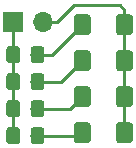
<source format=gbr>
G04 #@! TF.GenerationSoftware,KiCad,Pcbnew,5.0.2-bee76a0~70~ubuntu16.04.1*
G04 #@! TF.CreationDate,2019-07-09T20:02:22-07:00*
G04 #@! TF.ProjectId,reverse-mount-led-test,72657665-7273-4652-9d6d-6f756e742d6c,rev?*
G04 #@! TF.SameCoordinates,Original*
G04 #@! TF.FileFunction,Copper,L2,Bot*
G04 #@! TF.FilePolarity,Positive*
%FSLAX46Y46*%
G04 Gerber Fmt 4.6, Leading zero omitted, Abs format (unit mm)*
G04 Created by KiCad (PCBNEW 5.0.2-bee76a0~70~ubuntu16.04.1) date Tue 09 Jul 2019 08:02:22 PM PDT*
%MOMM*%
%LPD*%
G01*
G04 APERTURE LIST*
G04 #@! TA.AperFunction,Conductor*
%ADD10C,0.100000*%
G04 #@! TD*
G04 #@! TA.AperFunction,SMDPad,CuDef*
%ADD11C,1.425000*%
G04 #@! TD*
G04 #@! TA.AperFunction,ComponentPad*
%ADD12R,1.700000X1.700000*%
G04 #@! TD*
G04 #@! TA.AperFunction,ComponentPad*
%ADD13O,1.700000X1.700000*%
G04 #@! TD*
G04 #@! TA.AperFunction,SMDPad,CuDef*
%ADD14C,1.150000*%
G04 #@! TD*
G04 #@! TA.AperFunction,Conductor*
%ADD15C,0.254000*%
G04 #@! TD*
G04 APERTURE END LIST*
D10*
G04 #@! TO.N,VCC*
G04 #@! TO.C,D1*
G36*
X164040935Y-102758372D02*
X164068601Y-102762476D01*
X164095731Y-102769272D01*
X164122065Y-102778694D01*
X164147348Y-102790652D01*
X164171338Y-102805031D01*
X164193802Y-102821692D01*
X164214525Y-102840475D01*
X164233308Y-102861198D01*
X164249969Y-102883662D01*
X164264348Y-102907652D01*
X164276306Y-102932935D01*
X164285728Y-102959269D01*
X164292524Y-102986399D01*
X164296628Y-103014065D01*
X164298000Y-103042000D01*
X164298000Y-104222000D01*
X164296628Y-104249935D01*
X164292524Y-104277601D01*
X164285728Y-104304731D01*
X164276306Y-104331065D01*
X164264348Y-104356348D01*
X164249969Y-104380338D01*
X164233308Y-104402802D01*
X164214525Y-104423525D01*
X164193802Y-104442308D01*
X164171338Y-104458969D01*
X164147348Y-104473348D01*
X164122065Y-104485306D01*
X164095731Y-104494728D01*
X164068601Y-104501524D01*
X164040935Y-104505628D01*
X164013000Y-104507000D01*
X163158000Y-104507000D01*
X163130065Y-104505628D01*
X163102399Y-104501524D01*
X163075269Y-104494728D01*
X163048935Y-104485306D01*
X163023652Y-104473348D01*
X162999662Y-104458969D01*
X162977198Y-104442308D01*
X162956475Y-104423525D01*
X162937692Y-104402802D01*
X162921031Y-104380338D01*
X162906652Y-104356348D01*
X162894694Y-104331065D01*
X162885272Y-104304731D01*
X162878476Y-104277601D01*
X162874372Y-104249935D01*
X162873000Y-104222000D01*
X162873000Y-103042000D01*
X162874372Y-103014065D01*
X162878476Y-102986399D01*
X162885272Y-102959269D01*
X162894694Y-102932935D01*
X162906652Y-102907652D01*
X162921031Y-102883662D01*
X162937692Y-102861198D01*
X162956475Y-102840475D01*
X162977198Y-102821692D01*
X162999662Y-102805031D01*
X163023652Y-102790652D01*
X163048935Y-102778694D01*
X163075269Y-102769272D01*
X163102399Y-102762476D01*
X163130065Y-102758372D01*
X163158000Y-102757000D01*
X164013000Y-102757000D01*
X164040935Y-102758372D01*
X164040935Y-102758372D01*
G37*
D11*
G04 #@! TD*
G04 #@! TO.P,D1,2*
G04 #@! TO.N,VCC*
X163585500Y-103632000D03*
D10*
G04 #@! TO.N,Net-(D1-Pad1)*
G04 #@! TO.C,D1*
G36*
X160465935Y-102758372D02*
X160493601Y-102762476D01*
X160520731Y-102769272D01*
X160547065Y-102778694D01*
X160572348Y-102790652D01*
X160596338Y-102805031D01*
X160618802Y-102821692D01*
X160639525Y-102840475D01*
X160658308Y-102861198D01*
X160674969Y-102883662D01*
X160689348Y-102907652D01*
X160701306Y-102932935D01*
X160710728Y-102959269D01*
X160717524Y-102986399D01*
X160721628Y-103014065D01*
X160723000Y-103042000D01*
X160723000Y-104222000D01*
X160721628Y-104249935D01*
X160717524Y-104277601D01*
X160710728Y-104304731D01*
X160701306Y-104331065D01*
X160689348Y-104356348D01*
X160674969Y-104380338D01*
X160658308Y-104402802D01*
X160639525Y-104423525D01*
X160618802Y-104442308D01*
X160596338Y-104458969D01*
X160572348Y-104473348D01*
X160547065Y-104485306D01*
X160520731Y-104494728D01*
X160493601Y-104501524D01*
X160465935Y-104505628D01*
X160438000Y-104507000D01*
X159583000Y-104507000D01*
X159555065Y-104505628D01*
X159527399Y-104501524D01*
X159500269Y-104494728D01*
X159473935Y-104485306D01*
X159448652Y-104473348D01*
X159424662Y-104458969D01*
X159402198Y-104442308D01*
X159381475Y-104423525D01*
X159362692Y-104402802D01*
X159346031Y-104380338D01*
X159331652Y-104356348D01*
X159319694Y-104331065D01*
X159310272Y-104304731D01*
X159303476Y-104277601D01*
X159299372Y-104249935D01*
X159298000Y-104222000D01*
X159298000Y-103042000D01*
X159299372Y-103014065D01*
X159303476Y-102986399D01*
X159310272Y-102959269D01*
X159319694Y-102932935D01*
X159331652Y-102907652D01*
X159346031Y-102883662D01*
X159362692Y-102861198D01*
X159381475Y-102840475D01*
X159402198Y-102821692D01*
X159424662Y-102805031D01*
X159448652Y-102790652D01*
X159473935Y-102778694D01*
X159500269Y-102769272D01*
X159527399Y-102762476D01*
X159555065Y-102758372D01*
X159583000Y-102757000D01*
X160438000Y-102757000D01*
X160465935Y-102758372D01*
X160465935Y-102758372D01*
G37*
D11*
G04 #@! TD*
G04 #@! TO.P,D1,1*
G04 #@! TO.N,Net-(D1-Pad1)*
X160010500Y-103632000D03*
D10*
G04 #@! TO.N,Net-(D2-Pad1)*
G04 #@! TO.C,D2*
G36*
X160465935Y-105806372D02*
X160493601Y-105810476D01*
X160520731Y-105817272D01*
X160547065Y-105826694D01*
X160572348Y-105838652D01*
X160596338Y-105853031D01*
X160618802Y-105869692D01*
X160639525Y-105888475D01*
X160658308Y-105909198D01*
X160674969Y-105931662D01*
X160689348Y-105955652D01*
X160701306Y-105980935D01*
X160710728Y-106007269D01*
X160717524Y-106034399D01*
X160721628Y-106062065D01*
X160723000Y-106090000D01*
X160723000Y-107270000D01*
X160721628Y-107297935D01*
X160717524Y-107325601D01*
X160710728Y-107352731D01*
X160701306Y-107379065D01*
X160689348Y-107404348D01*
X160674969Y-107428338D01*
X160658308Y-107450802D01*
X160639525Y-107471525D01*
X160618802Y-107490308D01*
X160596338Y-107506969D01*
X160572348Y-107521348D01*
X160547065Y-107533306D01*
X160520731Y-107542728D01*
X160493601Y-107549524D01*
X160465935Y-107553628D01*
X160438000Y-107555000D01*
X159583000Y-107555000D01*
X159555065Y-107553628D01*
X159527399Y-107549524D01*
X159500269Y-107542728D01*
X159473935Y-107533306D01*
X159448652Y-107521348D01*
X159424662Y-107506969D01*
X159402198Y-107490308D01*
X159381475Y-107471525D01*
X159362692Y-107450802D01*
X159346031Y-107428338D01*
X159331652Y-107404348D01*
X159319694Y-107379065D01*
X159310272Y-107352731D01*
X159303476Y-107325601D01*
X159299372Y-107297935D01*
X159298000Y-107270000D01*
X159298000Y-106090000D01*
X159299372Y-106062065D01*
X159303476Y-106034399D01*
X159310272Y-106007269D01*
X159319694Y-105980935D01*
X159331652Y-105955652D01*
X159346031Y-105931662D01*
X159362692Y-105909198D01*
X159381475Y-105888475D01*
X159402198Y-105869692D01*
X159424662Y-105853031D01*
X159448652Y-105838652D01*
X159473935Y-105826694D01*
X159500269Y-105817272D01*
X159527399Y-105810476D01*
X159555065Y-105806372D01*
X159583000Y-105805000D01*
X160438000Y-105805000D01*
X160465935Y-105806372D01*
X160465935Y-105806372D01*
G37*
D11*
G04 #@! TD*
G04 #@! TO.P,D2,1*
G04 #@! TO.N,Net-(D2-Pad1)*
X160010500Y-106680000D03*
D10*
G04 #@! TO.N,VCC*
G04 #@! TO.C,D2*
G36*
X164040935Y-105806372D02*
X164068601Y-105810476D01*
X164095731Y-105817272D01*
X164122065Y-105826694D01*
X164147348Y-105838652D01*
X164171338Y-105853031D01*
X164193802Y-105869692D01*
X164214525Y-105888475D01*
X164233308Y-105909198D01*
X164249969Y-105931662D01*
X164264348Y-105955652D01*
X164276306Y-105980935D01*
X164285728Y-106007269D01*
X164292524Y-106034399D01*
X164296628Y-106062065D01*
X164298000Y-106090000D01*
X164298000Y-107270000D01*
X164296628Y-107297935D01*
X164292524Y-107325601D01*
X164285728Y-107352731D01*
X164276306Y-107379065D01*
X164264348Y-107404348D01*
X164249969Y-107428338D01*
X164233308Y-107450802D01*
X164214525Y-107471525D01*
X164193802Y-107490308D01*
X164171338Y-107506969D01*
X164147348Y-107521348D01*
X164122065Y-107533306D01*
X164095731Y-107542728D01*
X164068601Y-107549524D01*
X164040935Y-107553628D01*
X164013000Y-107555000D01*
X163158000Y-107555000D01*
X163130065Y-107553628D01*
X163102399Y-107549524D01*
X163075269Y-107542728D01*
X163048935Y-107533306D01*
X163023652Y-107521348D01*
X162999662Y-107506969D01*
X162977198Y-107490308D01*
X162956475Y-107471525D01*
X162937692Y-107450802D01*
X162921031Y-107428338D01*
X162906652Y-107404348D01*
X162894694Y-107379065D01*
X162885272Y-107352731D01*
X162878476Y-107325601D01*
X162874372Y-107297935D01*
X162873000Y-107270000D01*
X162873000Y-106090000D01*
X162874372Y-106062065D01*
X162878476Y-106034399D01*
X162885272Y-106007269D01*
X162894694Y-105980935D01*
X162906652Y-105955652D01*
X162921031Y-105931662D01*
X162937692Y-105909198D01*
X162956475Y-105888475D01*
X162977198Y-105869692D01*
X162999662Y-105853031D01*
X163023652Y-105838652D01*
X163048935Y-105826694D01*
X163075269Y-105817272D01*
X163102399Y-105810476D01*
X163130065Y-105806372D01*
X163158000Y-105805000D01*
X164013000Y-105805000D01*
X164040935Y-105806372D01*
X164040935Y-105806372D01*
G37*
D11*
G04 #@! TD*
G04 #@! TO.P,D2,2*
G04 #@! TO.N,VCC*
X163585500Y-106680000D03*
D12*
G04 #@! TO.P,J1,1*
G04 #@! TO.N,GND*
X154178000Y-103378000D03*
D13*
G04 #@! TO.P,J1,2*
G04 #@! TO.N,VCC*
X156718000Y-103378000D03*
G04 #@! TD*
D10*
G04 #@! TO.N,GND*
G04 #@! TO.C,R1*
G36*
X154518505Y-105473204D02*
X154542773Y-105476804D01*
X154566572Y-105482765D01*
X154589671Y-105491030D01*
X154611850Y-105501520D01*
X154632893Y-105514132D01*
X154652599Y-105528747D01*
X154670777Y-105545223D01*
X154687253Y-105563401D01*
X154701868Y-105583107D01*
X154714480Y-105604150D01*
X154724970Y-105626329D01*
X154733235Y-105649428D01*
X154739196Y-105673227D01*
X154742796Y-105697495D01*
X154744000Y-105721999D01*
X154744000Y-106622001D01*
X154742796Y-106646505D01*
X154739196Y-106670773D01*
X154733235Y-106694572D01*
X154724970Y-106717671D01*
X154714480Y-106739850D01*
X154701868Y-106760893D01*
X154687253Y-106780599D01*
X154670777Y-106798777D01*
X154652599Y-106815253D01*
X154632893Y-106829868D01*
X154611850Y-106842480D01*
X154589671Y-106852970D01*
X154566572Y-106861235D01*
X154542773Y-106867196D01*
X154518505Y-106870796D01*
X154494001Y-106872000D01*
X153843999Y-106872000D01*
X153819495Y-106870796D01*
X153795227Y-106867196D01*
X153771428Y-106861235D01*
X153748329Y-106852970D01*
X153726150Y-106842480D01*
X153705107Y-106829868D01*
X153685401Y-106815253D01*
X153667223Y-106798777D01*
X153650747Y-106780599D01*
X153636132Y-106760893D01*
X153623520Y-106739850D01*
X153613030Y-106717671D01*
X153604765Y-106694572D01*
X153598804Y-106670773D01*
X153595204Y-106646505D01*
X153594000Y-106622001D01*
X153594000Y-105721999D01*
X153595204Y-105697495D01*
X153598804Y-105673227D01*
X153604765Y-105649428D01*
X153613030Y-105626329D01*
X153623520Y-105604150D01*
X153636132Y-105583107D01*
X153650747Y-105563401D01*
X153667223Y-105545223D01*
X153685401Y-105528747D01*
X153705107Y-105514132D01*
X153726150Y-105501520D01*
X153748329Y-105491030D01*
X153771428Y-105482765D01*
X153795227Y-105476804D01*
X153819495Y-105473204D01*
X153843999Y-105472000D01*
X154494001Y-105472000D01*
X154518505Y-105473204D01*
X154518505Y-105473204D01*
G37*
D14*
G04 #@! TD*
G04 #@! TO.P,R1,1*
G04 #@! TO.N,GND*
X154169000Y-106172000D03*
D10*
G04 #@! TO.N,Net-(D1-Pad1)*
G04 #@! TO.C,R1*
G36*
X156568505Y-105473204D02*
X156592773Y-105476804D01*
X156616572Y-105482765D01*
X156639671Y-105491030D01*
X156661850Y-105501520D01*
X156682893Y-105514132D01*
X156702599Y-105528747D01*
X156720777Y-105545223D01*
X156737253Y-105563401D01*
X156751868Y-105583107D01*
X156764480Y-105604150D01*
X156774970Y-105626329D01*
X156783235Y-105649428D01*
X156789196Y-105673227D01*
X156792796Y-105697495D01*
X156794000Y-105721999D01*
X156794000Y-106622001D01*
X156792796Y-106646505D01*
X156789196Y-106670773D01*
X156783235Y-106694572D01*
X156774970Y-106717671D01*
X156764480Y-106739850D01*
X156751868Y-106760893D01*
X156737253Y-106780599D01*
X156720777Y-106798777D01*
X156702599Y-106815253D01*
X156682893Y-106829868D01*
X156661850Y-106842480D01*
X156639671Y-106852970D01*
X156616572Y-106861235D01*
X156592773Y-106867196D01*
X156568505Y-106870796D01*
X156544001Y-106872000D01*
X155893999Y-106872000D01*
X155869495Y-106870796D01*
X155845227Y-106867196D01*
X155821428Y-106861235D01*
X155798329Y-106852970D01*
X155776150Y-106842480D01*
X155755107Y-106829868D01*
X155735401Y-106815253D01*
X155717223Y-106798777D01*
X155700747Y-106780599D01*
X155686132Y-106760893D01*
X155673520Y-106739850D01*
X155663030Y-106717671D01*
X155654765Y-106694572D01*
X155648804Y-106670773D01*
X155645204Y-106646505D01*
X155644000Y-106622001D01*
X155644000Y-105721999D01*
X155645204Y-105697495D01*
X155648804Y-105673227D01*
X155654765Y-105649428D01*
X155663030Y-105626329D01*
X155673520Y-105604150D01*
X155686132Y-105583107D01*
X155700747Y-105563401D01*
X155717223Y-105545223D01*
X155735401Y-105528747D01*
X155755107Y-105514132D01*
X155776150Y-105501520D01*
X155798329Y-105491030D01*
X155821428Y-105482765D01*
X155845227Y-105476804D01*
X155869495Y-105473204D01*
X155893999Y-105472000D01*
X156544001Y-105472000D01*
X156568505Y-105473204D01*
X156568505Y-105473204D01*
G37*
D14*
G04 #@! TD*
G04 #@! TO.P,R1,2*
G04 #@! TO.N,Net-(D1-Pad1)*
X156219000Y-106172000D03*
D10*
G04 #@! TO.N,Net-(D2-Pad1)*
G04 #@! TO.C,R2*
G36*
X156568505Y-107759204D02*
X156592773Y-107762804D01*
X156616572Y-107768765D01*
X156639671Y-107777030D01*
X156661850Y-107787520D01*
X156682893Y-107800132D01*
X156702599Y-107814747D01*
X156720777Y-107831223D01*
X156737253Y-107849401D01*
X156751868Y-107869107D01*
X156764480Y-107890150D01*
X156774970Y-107912329D01*
X156783235Y-107935428D01*
X156789196Y-107959227D01*
X156792796Y-107983495D01*
X156794000Y-108007999D01*
X156794000Y-108908001D01*
X156792796Y-108932505D01*
X156789196Y-108956773D01*
X156783235Y-108980572D01*
X156774970Y-109003671D01*
X156764480Y-109025850D01*
X156751868Y-109046893D01*
X156737253Y-109066599D01*
X156720777Y-109084777D01*
X156702599Y-109101253D01*
X156682893Y-109115868D01*
X156661850Y-109128480D01*
X156639671Y-109138970D01*
X156616572Y-109147235D01*
X156592773Y-109153196D01*
X156568505Y-109156796D01*
X156544001Y-109158000D01*
X155893999Y-109158000D01*
X155869495Y-109156796D01*
X155845227Y-109153196D01*
X155821428Y-109147235D01*
X155798329Y-109138970D01*
X155776150Y-109128480D01*
X155755107Y-109115868D01*
X155735401Y-109101253D01*
X155717223Y-109084777D01*
X155700747Y-109066599D01*
X155686132Y-109046893D01*
X155673520Y-109025850D01*
X155663030Y-109003671D01*
X155654765Y-108980572D01*
X155648804Y-108956773D01*
X155645204Y-108932505D01*
X155644000Y-108908001D01*
X155644000Y-108007999D01*
X155645204Y-107983495D01*
X155648804Y-107959227D01*
X155654765Y-107935428D01*
X155663030Y-107912329D01*
X155673520Y-107890150D01*
X155686132Y-107869107D01*
X155700747Y-107849401D01*
X155717223Y-107831223D01*
X155735401Y-107814747D01*
X155755107Y-107800132D01*
X155776150Y-107787520D01*
X155798329Y-107777030D01*
X155821428Y-107768765D01*
X155845227Y-107762804D01*
X155869495Y-107759204D01*
X155893999Y-107758000D01*
X156544001Y-107758000D01*
X156568505Y-107759204D01*
X156568505Y-107759204D01*
G37*
D14*
G04 #@! TD*
G04 #@! TO.P,R2,2*
G04 #@! TO.N,Net-(D2-Pad1)*
X156219000Y-108458000D03*
D10*
G04 #@! TO.N,GND*
G04 #@! TO.C,R2*
G36*
X154518505Y-107759204D02*
X154542773Y-107762804D01*
X154566572Y-107768765D01*
X154589671Y-107777030D01*
X154611850Y-107787520D01*
X154632893Y-107800132D01*
X154652599Y-107814747D01*
X154670777Y-107831223D01*
X154687253Y-107849401D01*
X154701868Y-107869107D01*
X154714480Y-107890150D01*
X154724970Y-107912329D01*
X154733235Y-107935428D01*
X154739196Y-107959227D01*
X154742796Y-107983495D01*
X154744000Y-108007999D01*
X154744000Y-108908001D01*
X154742796Y-108932505D01*
X154739196Y-108956773D01*
X154733235Y-108980572D01*
X154724970Y-109003671D01*
X154714480Y-109025850D01*
X154701868Y-109046893D01*
X154687253Y-109066599D01*
X154670777Y-109084777D01*
X154652599Y-109101253D01*
X154632893Y-109115868D01*
X154611850Y-109128480D01*
X154589671Y-109138970D01*
X154566572Y-109147235D01*
X154542773Y-109153196D01*
X154518505Y-109156796D01*
X154494001Y-109158000D01*
X153843999Y-109158000D01*
X153819495Y-109156796D01*
X153795227Y-109153196D01*
X153771428Y-109147235D01*
X153748329Y-109138970D01*
X153726150Y-109128480D01*
X153705107Y-109115868D01*
X153685401Y-109101253D01*
X153667223Y-109084777D01*
X153650747Y-109066599D01*
X153636132Y-109046893D01*
X153623520Y-109025850D01*
X153613030Y-109003671D01*
X153604765Y-108980572D01*
X153598804Y-108956773D01*
X153595204Y-108932505D01*
X153594000Y-108908001D01*
X153594000Y-108007999D01*
X153595204Y-107983495D01*
X153598804Y-107959227D01*
X153604765Y-107935428D01*
X153613030Y-107912329D01*
X153623520Y-107890150D01*
X153636132Y-107869107D01*
X153650747Y-107849401D01*
X153667223Y-107831223D01*
X153685401Y-107814747D01*
X153705107Y-107800132D01*
X153726150Y-107787520D01*
X153748329Y-107777030D01*
X153771428Y-107768765D01*
X153795227Y-107762804D01*
X153819495Y-107759204D01*
X153843999Y-107758000D01*
X154494001Y-107758000D01*
X154518505Y-107759204D01*
X154518505Y-107759204D01*
G37*
D14*
G04 #@! TD*
G04 #@! TO.P,R2,1*
G04 #@! TO.N,GND*
X154169000Y-108458000D03*
D10*
G04 #@! TO.N,VCC*
G04 #@! TO.C,D3*
G36*
X164040935Y-108854372D02*
X164068601Y-108858476D01*
X164095731Y-108865272D01*
X164122065Y-108874694D01*
X164147348Y-108886652D01*
X164171338Y-108901031D01*
X164193802Y-108917692D01*
X164214525Y-108936475D01*
X164233308Y-108957198D01*
X164249969Y-108979662D01*
X164264348Y-109003652D01*
X164276306Y-109028935D01*
X164285728Y-109055269D01*
X164292524Y-109082399D01*
X164296628Y-109110065D01*
X164298000Y-109138000D01*
X164298000Y-110318000D01*
X164296628Y-110345935D01*
X164292524Y-110373601D01*
X164285728Y-110400731D01*
X164276306Y-110427065D01*
X164264348Y-110452348D01*
X164249969Y-110476338D01*
X164233308Y-110498802D01*
X164214525Y-110519525D01*
X164193802Y-110538308D01*
X164171338Y-110554969D01*
X164147348Y-110569348D01*
X164122065Y-110581306D01*
X164095731Y-110590728D01*
X164068601Y-110597524D01*
X164040935Y-110601628D01*
X164013000Y-110603000D01*
X163158000Y-110603000D01*
X163130065Y-110601628D01*
X163102399Y-110597524D01*
X163075269Y-110590728D01*
X163048935Y-110581306D01*
X163023652Y-110569348D01*
X162999662Y-110554969D01*
X162977198Y-110538308D01*
X162956475Y-110519525D01*
X162937692Y-110498802D01*
X162921031Y-110476338D01*
X162906652Y-110452348D01*
X162894694Y-110427065D01*
X162885272Y-110400731D01*
X162878476Y-110373601D01*
X162874372Y-110345935D01*
X162873000Y-110318000D01*
X162873000Y-109138000D01*
X162874372Y-109110065D01*
X162878476Y-109082399D01*
X162885272Y-109055269D01*
X162894694Y-109028935D01*
X162906652Y-109003652D01*
X162921031Y-108979662D01*
X162937692Y-108957198D01*
X162956475Y-108936475D01*
X162977198Y-108917692D01*
X162999662Y-108901031D01*
X163023652Y-108886652D01*
X163048935Y-108874694D01*
X163075269Y-108865272D01*
X163102399Y-108858476D01*
X163130065Y-108854372D01*
X163158000Y-108853000D01*
X164013000Y-108853000D01*
X164040935Y-108854372D01*
X164040935Y-108854372D01*
G37*
D11*
G04 #@! TD*
G04 #@! TO.P,D3,2*
G04 #@! TO.N,VCC*
X163585500Y-109728000D03*
D10*
G04 #@! TO.N,Net-(D3-Pad1)*
G04 #@! TO.C,D3*
G36*
X160465935Y-108854372D02*
X160493601Y-108858476D01*
X160520731Y-108865272D01*
X160547065Y-108874694D01*
X160572348Y-108886652D01*
X160596338Y-108901031D01*
X160618802Y-108917692D01*
X160639525Y-108936475D01*
X160658308Y-108957198D01*
X160674969Y-108979662D01*
X160689348Y-109003652D01*
X160701306Y-109028935D01*
X160710728Y-109055269D01*
X160717524Y-109082399D01*
X160721628Y-109110065D01*
X160723000Y-109138000D01*
X160723000Y-110318000D01*
X160721628Y-110345935D01*
X160717524Y-110373601D01*
X160710728Y-110400731D01*
X160701306Y-110427065D01*
X160689348Y-110452348D01*
X160674969Y-110476338D01*
X160658308Y-110498802D01*
X160639525Y-110519525D01*
X160618802Y-110538308D01*
X160596338Y-110554969D01*
X160572348Y-110569348D01*
X160547065Y-110581306D01*
X160520731Y-110590728D01*
X160493601Y-110597524D01*
X160465935Y-110601628D01*
X160438000Y-110603000D01*
X159583000Y-110603000D01*
X159555065Y-110601628D01*
X159527399Y-110597524D01*
X159500269Y-110590728D01*
X159473935Y-110581306D01*
X159448652Y-110569348D01*
X159424662Y-110554969D01*
X159402198Y-110538308D01*
X159381475Y-110519525D01*
X159362692Y-110498802D01*
X159346031Y-110476338D01*
X159331652Y-110452348D01*
X159319694Y-110427065D01*
X159310272Y-110400731D01*
X159303476Y-110373601D01*
X159299372Y-110345935D01*
X159298000Y-110318000D01*
X159298000Y-109138000D01*
X159299372Y-109110065D01*
X159303476Y-109082399D01*
X159310272Y-109055269D01*
X159319694Y-109028935D01*
X159331652Y-109003652D01*
X159346031Y-108979662D01*
X159362692Y-108957198D01*
X159381475Y-108936475D01*
X159402198Y-108917692D01*
X159424662Y-108901031D01*
X159448652Y-108886652D01*
X159473935Y-108874694D01*
X159500269Y-108865272D01*
X159527399Y-108858476D01*
X159555065Y-108854372D01*
X159583000Y-108853000D01*
X160438000Y-108853000D01*
X160465935Y-108854372D01*
X160465935Y-108854372D01*
G37*
D11*
G04 #@! TD*
G04 #@! TO.P,D3,1*
G04 #@! TO.N,Net-(D3-Pad1)*
X160010500Y-109728000D03*
D10*
G04 #@! TO.N,Net-(D4-Pad1)*
G04 #@! TO.C,D4*
G36*
X160465935Y-111902372D02*
X160493601Y-111906476D01*
X160520731Y-111913272D01*
X160547065Y-111922694D01*
X160572348Y-111934652D01*
X160596338Y-111949031D01*
X160618802Y-111965692D01*
X160639525Y-111984475D01*
X160658308Y-112005198D01*
X160674969Y-112027662D01*
X160689348Y-112051652D01*
X160701306Y-112076935D01*
X160710728Y-112103269D01*
X160717524Y-112130399D01*
X160721628Y-112158065D01*
X160723000Y-112186000D01*
X160723000Y-113366000D01*
X160721628Y-113393935D01*
X160717524Y-113421601D01*
X160710728Y-113448731D01*
X160701306Y-113475065D01*
X160689348Y-113500348D01*
X160674969Y-113524338D01*
X160658308Y-113546802D01*
X160639525Y-113567525D01*
X160618802Y-113586308D01*
X160596338Y-113602969D01*
X160572348Y-113617348D01*
X160547065Y-113629306D01*
X160520731Y-113638728D01*
X160493601Y-113645524D01*
X160465935Y-113649628D01*
X160438000Y-113651000D01*
X159583000Y-113651000D01*
X159555065Y-113649628D01*
X159527399Y-113645524D01*
X159500269Y-113638728D01*
X159473935Y-113629306D01*
X159448652Y-113617348D01*
X159424662Y-113602969D01*
X159402198Y-113586308D01*
X159381475Y-113567525D01*
X159362692Y-113546802D01*
X159346031Y-113524338D01*
X159331652Y-113500348D01*
X159319694Y-113475065D01*
X159310272Y-113448731D01*
X159303476Y-113421601D01*
X159299372Y-113393935D01*
X159298000Y-113366000D01*
X159298000Y-112186000D01*
X159299372Y-112158065D01*
X159303476Y-112130399D01*
X159310272Y-112103269D01*
X159319694Y-112076935D01*
X159331652Y-112051652D01*
X159346031Y-112027662D01*
X159362692Y-112005198D01*
X159381475Y-111984475D01*
X159402198Y-111965692D01*
X159424662Y-111949031D01*
X159448652Y-111934652D01*
X159473935Y-111922694D01*
X159500269Y-111913272D01*
X159527399Y-111906476D01*
X159555065Y-111902372D01*
X159583000Y-111901000D01*
X160438000Y-111901000D01*
X160465935Y-111902372D01*
X160465935Y-111902372D01*
G37*
D11*
G04 #@! TD*
G04 #@! TO.P,D4,1*
G04 #@! TO.N,Net-(D4-Pad1)*
X160010500Y-112776000D03*
D10*
G04 #@! TO.N,VCC*
G04 #@! TO.C,D4*
G36*
X164040935Y-111902372D02*
X164068601Y-111906476D01*
X164095731Y-111913272D01*
X164122065Y-111922694D01*
X164147348Y-111934652D01*
X164171338Y-111949031D01*
X164193802Y-111965692D01*
X164214525Y-111984475D01*
X164233308Y-112005198D01*
X164249969Y-112027662D01*
X164264348Y-112051652D01*
X164276306Y-112076935D01*
X164285728Y-112103269D01*
X164292524Y-112130399D01*
X164296628Y-112158065D01*
X164298000Y-112186000D01*
X164298000Y-113366000D01*
X164296628Y-113393935D01*
X164292524Y-113421601D01*
X164285728Y-113448731D01*
X164276306Y-113475065D01*
X164264348Y-113500348D01*
X164249969Y-113524338D01*
X164233308Y-113546802D01*
X164214525Y-113567525D01*
X164193802Y-113586308D01*
X164171338Y-113602969D01*
X164147348Y-113617348D01*
X164122065Y-113629306D01*
X164095731Y-113638728D01*
X164068601Y-113645524D01*
X164040935Y-113649628D01*
X164013000Y-113651000D01*
X163158000Y-113651000D01*
X163130065Y-113649628D01*
X163102399Y-113645524D01*
X163075269Y-113638728D01*
X163048935Y-113629306D01*
X163023652Y-113617348D01*
X162999662Y-113602969D01*
X162977198Y-113586308D01*
X162956475Y-113567525D01*
X162937692Y-113546802D01*
X162921031Y-113524338D01*
X162906652Y-113500348D01*
X162894694Y-113475065D01*
X162885272Y-113448731D01*
X162878476Y-113421601D01*
X162874372Y-113393935D01*
X162873000Y-113366000D01*
X162873000Y-112186000D01*
X162874372Y-112158065D01*
X162878476Y-112130399D01*
X162885272Y-112103269D01*
X162894694Y-112076935D01*
X162906652Y-112051652D01*
X162921031Y-112027662D01*
X162937692Y-112005198D01*
X162956475Y-111984475D01*
X162977198Y-111965692D01*
X162999662Y-111949031D01*
X163023652Y-111934652D01*
X163048935Y-111922694D01*
X163075269Y-111913272D01*
X163102399Y-111906476D01*
X163130065Y-111902372D01*
X163158000Y-111901000D01*
X164013000Y-111901000D01*
X164040935Y-111902372D01*
X164040935Y-111902372D01*
G37*
D11*
G04 #@! TD*
G04 #@! TO.P,D4,2*
G04 #@! TO.N,VCC*
X163585500Y-112776000D03*
D10*
G04 #@! TO.N,GND*
G04 #@! TO.C,R3*
G36*
X154518505Y-110045204D02*
X154542773Y-110048804D01*
X154566572Y-110054765D01*
X154589671Y-110063030D01*
X154611850Y-110073520D01*
X154632893Y-110086132D01*
X154652599Y-110100747D01*
X154670777Y-110117223D01*
X154687253Y-110135401D01*
X154701868Y-110155107D01*
X154714480Y-110176150D01*
X154724970Y-110198329D01*
X154733235Y-110221428D01*
X154739196Y-110245227D01*
X154742796Y-110269495D01*
X154744000Y-110293999D01*
X154744000Y-111194001D01*
X154742796Y-111218505D01*
X154739196Y-111242773D01*
X154733235Y-111266572D01*
X154724970Y-111289671D01*
X154714480Y-111311850D01*
X154701868Y-111332893D01*
X154687253Y-111352599D01*
X154670777Y-111370777D01*
X154652599Y-111387253D01*
X154632893Y-111401868D01*
X154611850Y-111414480D01*
X154589671Y-111424970D01*
X154566572Y-111433235D01*
X154542773Y-111439196D01*
X154518505Y-111442796D01*
X154494001Y-111444000D01*
X153843999Y-111444000D01*
X153819495Y-111442796D01*
X153795227Y-111439196D01*
X153771428Y-111433235D01*
X153748329Y-111424970D01*
X153726150Y-111414480D01*
X153705107Y-111401868D01*
X153685401Y-111387253D01*
X153667223Y-111370777D01*
X153650747Y-111352599D01*
X153636132Y-111332893D01*
X153623520Y-111311850D01*
X153613030Y-111289671D01*
X153604765Y-111266572D01*
X153598804Y-111242773D01*
X153595204Y-111218505D01*
X153594000Y-111194001D01*
X153594000Y-110293999D01*
X153595204Y-110269495D01*
X153598804Y-110245227D01*
X153604765Y-110221428D01*
X153613030Y-110198329D01*
X153623520Y-110176150D01*
X153636132Y-110155107D01*
X153650747Y-110135401D01*
X153667223Y-110117223D01*
X153685401Y-110100747D01*
X153705107Y-110086132D01*
X153726150Y-110073520D01*
X153748329Y-110063030D01*
X153771428Y-110054765D01*
X153795227Y-110048804D01*
X153819495Y-110045204D01*
X153843999Y-110044000D01*
X154494001Y-110044000D01*
X154518505Y-110045204D01*
X154518505Y-110045204D01*
G37*
D14*
G04 #@! TD*
G04 #@! TO.P,R3,1*
G04 #@! TO.N,GND*
X154169000Y-110744000D03*
D10*
G04 #@! TO.N,Net-(D3-Pad1)*
G04 #@! TO.C,R3*
G36*
X156568505Y-110045204D02*
X156592773Y-110048804D01*
X156616572Y-110054765D01*
X156639671Y-110063030D01*
X156661850Y-110073520D01*
X156682893Y-110086132D01*
X156702599Y-110100747D01*
X156720777Y-110117223D01*
X156737253Y-110135401D01*
X156751868Y-110155107D01*
X156764480Y-110176150D01*
X156774970Y-110198329D01*
X156783235Y-110221428D01*
X156789196Y-110245227D01*
X156792796Y-110269495D01*
X156794000Y-110293999D01*
X156794000Y-111194001D01*
X156792796Y-111218505D01*
X156789196Y-111242773D01*
X156783235Y-111266572D01*
X156774970Y-111289671D01*
X156764480Y-111311850D01*
X156751868Y-111332893D01*
X156737253Y-111352599D01*
X156720777Y-111370777D01*
X156702599Y-111387253D01*
X156682893Y-111401868D01*
X156661850Y-111414480D01*
X156639671Y-111424970D01*
X156616572Y-111433235D01*
X156592773Y-111439196D01*
X156568505Y-111442796D01*
X156544001Y-111444000D01*
X155893999Y-111444000D01*
X155869495Y-111442796D01*
X155845227Y-111439196D01*
X155821428Y-111433235D01*
X155798329Y-111424970D01*
X155776150Y-111414480D01*
X155755107Y-111401868D01*
X155735401Y-111387253D01*
X155717223Y-111370777D01*
X155700747Y-111352599D01*
X155686132Y-111332893D01*
X155673520Y-111311850D01*
X155663030Y-111289671D01*
X155654765Y-111266572D01*
X155648804Y-111242773D01*
X155645204Y-111218505D01*
X155644000Y-111194001D01*
X155644000Y-110293999D01*
X155645204Y-110269495D01*
X155648804Y-110245227D01*
X155654765Y-110221428D01*
X155663030Y-110198329D01*
X155673520Y-110176150D01*
X155686132Y-110155107D01*
X155700747Y-110135401D01*
X155717223Y-110117223D01*
X155735401Y-110100747D01*
X155755107Y-110086132D01*
X155776150Y-110073520D01*
X155798329Y-110063030D01*
X155821428Y-110054765D01*
X155845227Y-110048804D01*
X155869495Y-110045204D01*
X155893999Y-110044000D01*
X156544001Y-110044000D01*
X156568505Y-110045204D01*
X156568505Y-110045204D01*
G37*
D14*
G04 #@! TD*
G04 #@! TO.P,R3,2*
G04 #@! TO.N,Net-(D3-Pad1)*
X156219000Y-110744000D03*
D10*
G04 #@! TO.N,Net-(D4-Pad1)*
G04 #@! TO.C,R4*
G36*
X156568505Y-112331204D02*
X156592773Y-112334804D01*
X156616572Y-112340765D01*
X156639671Y-112349030D01*
X156661850Y-112359520D01*
X156682893Y-112372132D01*
X156702599Y-112386747D01*
X156720777Y-112403223D01*
X156737253Y-112421401D01*
X156751868Y-112441107D01*
X156764480Y-112462150D01*
X156774970Y-112484329D01*
X156783235Y-112507428D01*
X156789196Y-112531227D01*
X156792796Y-112555495D01*
X156794000Y-112579999D01*
X156794000Y-113480001D01*
X156792796Y-113504505D01*
X156789196Y-113528773D01*
X156783235Y-113552572D01*
X156774970Y-113575671D01*
X156764480Y-113597850D01*
X156751868Y-113618893D01*
X156737253Y-113638599D01*
X156720777Y-113656777D01*
X156702599Y-113673253D01*
X156682893Y-113687868D01*
X156661850Y-113700480D01*
X156639671Y-113710970D01*
X156616572Y-113719235D01*
X156592773Y-113725196D01*
X156568505Y-113728796D01*
X156544001Y-113730000D01*
X155893999Y-113730000D01*
X155869495Y-113728796D01*
X155845227Y-113725196D01*
X155821428Y-113719235D01*
X155798329Y-113710970D01*
X155776150Y-113700480D01*
X155755107Y-113687868D01*
X155735401Y-113673253D01*
X155717223Y-113656777D01*
X155700747Y-113638599D01*
X155686132Y-113618893D01*
X155673520Y-113597850D01*
X155663030Y-113575671D01*
X155654765Y-113552572D01*
X155648804Y-113528773D01*
X155645204Y-113504505D01*
X155644000Y-113480001D01*
X155644000Y-112579999D01*
X155645204Y-112555495D01*
X155648804Y-112531227D01*
X155654765Y-112507428D01*
X155663030Y-112484329D01*
X155673520Y-112462150D01*
X155686132Y-112441107D01*
X155700747Y-112421401D01*
X155717223Y-112403223D01*
X155735401Y-112386747D01*
X155755107Y-112372132D01*
X155776150Y-112359520D01*
X155798329Y-112349030D01*
X155821428Y-112340765D01*
X155845227Y-112334804D01*
X155869495Y-112331204D01*
X155893999Y-112330000D01*
X156544001Y-112330000D01*
X156568505Y-112331204D01*
X156568505Y-112331204D01*
G37*
D14*
G04 #@! TD*
G04 #@! TO.P,R4,2*
G04 #@! TO.N,Net-(D4-Pad1)*
X156219000Y-113030000D03*
D10*
G04 #@! TO.N,GND*
G04 #@! TO.C,R4*
G36*
X154518505Y-112331204D02*
X154542773Y-112334804D01*
X154566572Y-112340765D01*
X154589671Y-112349030D01*
X154611850Y-112359520D01*
X154632893Y-112372132D01*
X154652599Y-112386747D01*
X154670777Y-112403223D01*
X154687253Y-112421401D01*
X154701868Y-112441107D01*
X154714480Y-112462150D01*
X154724970Y-112484329D01*
X154733235Y-112507428D01*
X154739196Y-112531227D01*
X154742796Y-112555495D01*
X154744000Y-112579999D01*
X154744000Y-113480001D01*
X154742796Y-113504505D01*
X154739196Y-113528773D01*
X154733235Y-113552572D01*
X154724970Y-113575671D01*
X154714480Y-113597850D01*
X154701868Y-113618893D01*
X154687253Y-113638599D01*
X154670777Y-113656777D01*
X154652599Y-113673253D01*
X154632893Y-113687868D01*
X154611850Y-113700480D01*
X154589671Y-113710970D01*
X154566572Y-113719235D01*
X154542773Y-113725196D01*
X154518505Y-113728796D01*
X154494001Y-113730000D01*
X153843999Y-113730000D01*
X153819495Y-113728796D01*
X153795227Y-113725196D01*
X153771428Y-113719235D01*
X153748329Y-113710970D01*
X153726150Y-113700480D01*
X153705107Y-113687868D01*
X153685401Y-113673253D01*
X153667223Y-113656777D01*
X153650747Y-113638599D01*
X153636132Y-113618893D01*
X153623520Y-113597850D01*
X153613030Y-113575671D01*
X153604765Y-113552572D01*
X153598804Y-113528773D01*
X153595204Y-113504505D01*
X153594000Y-113480001D01*
X153594000Y-112579999D01*
X153595204Y-112555495D01*
X153598804Y-112531227D01*
X153604765Y-112507428D01*
X153613030Y-112484329D01*
X153623520Y-112462150D01*
X153636132Y-112441107D01*
X153650747Y-112421401D01*
X153667223Y-112403223D01*
X153685401Y-112386747D01*
X153705107Y-112372132D01*
X153726150Y-112359520D01*
X153748329Y-112349030D01*
X153771428Y-112340765D01*
X153795227Y-112334804D01*
X153819495Y-112331204D01*
X153843999Y-112330000D01*
X154494001Y-112330000D01*
X154518505Y-112331204D01*
X154518505Y-112331204D01*
G37*
D14*
G04 #@! TD*
G04 #@! TO.P,R4,1*
G04 #@! TO.N,GND*
X154169000Y-113030000D03*
D15*
G04 #@! TO.N,VCC*
X163585500Y-104607000D02*
X163585500Y-106680000D01*
X163585500Y-103632000D02*
X163585500Y-104607000D01*
X163585500Y-106680000D02*
X163585500Y-109728000D01*
X163585500Y-109728000D02*
X163585500Y-112776000D01*
X163585500Y-102371500D02*
X163585500Y-103632000D01*
X157920081Y-103378000D02*
X159315801Y-101982280D01*
X159315801Y-101982280D02*
X163196280Y-101982280D01*
X156718000Y-103378000D02*
X157920081Y-103378000D01*
X163196280Y-101982280D02*
X163585500Y-102371500D01*
G04 #@! TO.N,Net-(D1-Pad1)*
X156219000Y-106172000D02*
X156219000Y-106163000D01*
X157480000Y-106172000D02*
X156219000Y-106172000D01*
X160010500Y-103641500D02*
X157480000Y-106172000D01*
X160010500Y-103632000D02*
X160010500Y-103641500D01*
G04 #@! TO.N,Net-(D2-Pad1)*
X158232500Y-108458000D02*
X160010500Y-106680000D01*
X156219000Y-108458000D02*
X158232500Y-108458000D01*
G04 #@! TO.N,GND*
X154169000Y-103387000D02*
X154178000Y-103378000D01*
X154178000Y-106163000D02*
X154169000Y-106172000D01*
X154178000Y-103378000D02*
X154178000Y-106163000D01*
X154169000Y-106172000D02*
X154169000Y-108458000D01*
X154169000Y-108458000D02*
X154169000Y-110744000D01*
X154169000Y-110744000D02*
X154169000Y-113030000D01*
G04 #@! TO.N,Net-(D3-Pad1)*
X158994500Y-110744000D02*
X160010500Y-109728000D01*
X156219000Y-110744000D02*
X158994500Y-110744000D01*
G04 #@! TO.N,Net-(D4-Pad1)*
X159756500Y-113030000D02*
X156219000Y-113030000D01*
X160010500Y-112776000D02*
X159756500Y-113030000D01*
G04 #@! TD*
M02*

</source>
